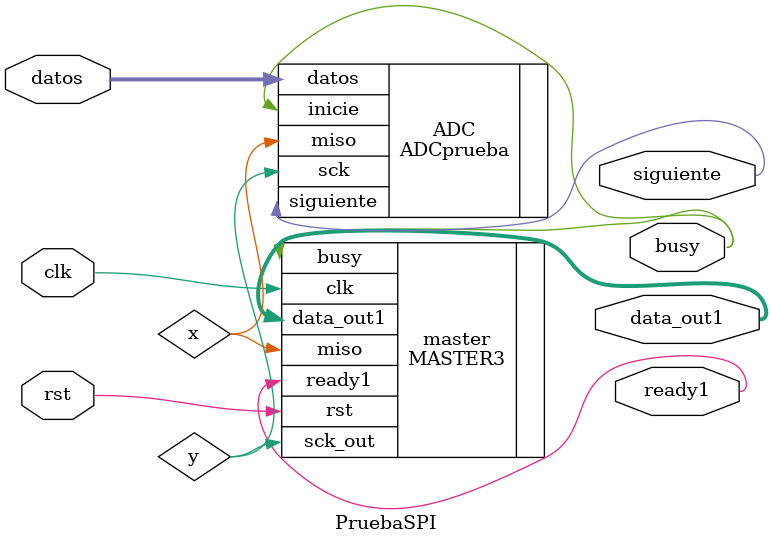
<source format=v>
`timescale 1ns / 1ps
module PruebaSPI( input wire clk, rst, input wire [15:0] datos, output  ready1, output wire busy, siguiente , output [15:0] data_out1
    );


MASTER3 master ( .clk(clk), .rst(rst), .miso(x), .ready1(ready1), .busy(busy), .sck_out(y), .data_out1(data_out1));
ADCprueba ADC( .datos(datos), .sck(y), .inicie(busy), .miso(x), .siguiente(siguiente) );


endmodule

</source>
